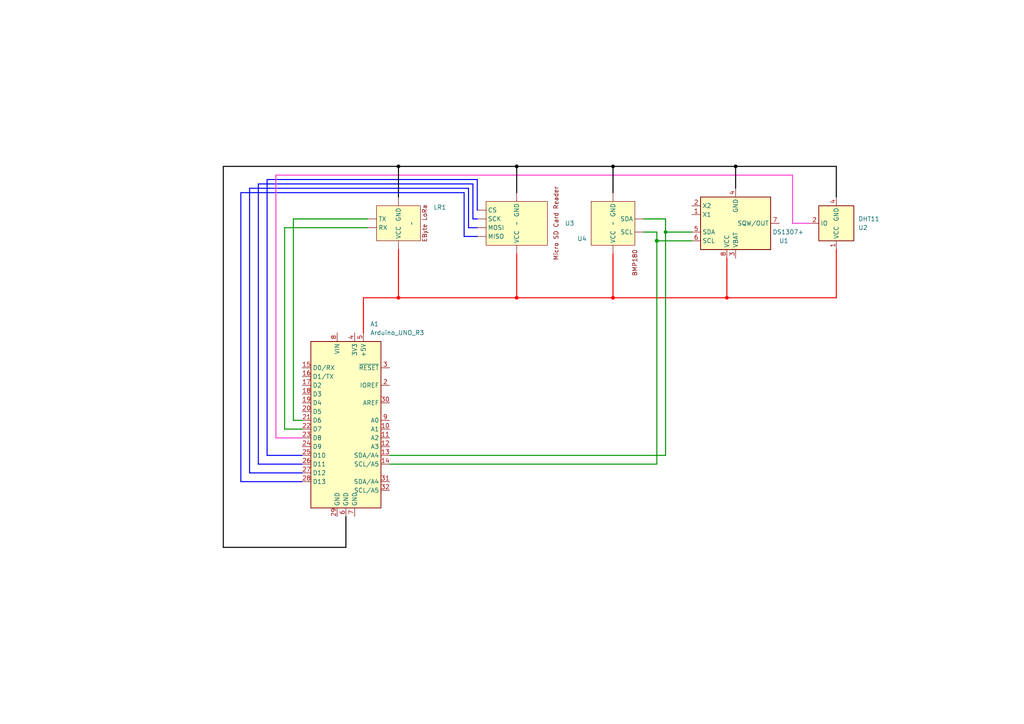
<source format=kicad_sch>
(kicad_sch (version 20230121) (generator eeschema)
  (paper "A4")
  (title_block (title "All-in-one-weather Device") (date "2023-06-18"))
  (lib_symbols
    (symbol "Components:BMP180"
      (property "Reference" "U" (at 6.35 8.89 0))
      (symbol "BMP180_1_1"
        (rectangle (start -6.35 6.35) (end 6.35 -6.35) (fill (type background)))
        (text "BMP180" (at 11.43 6.35 0) (effects (font (size 1.27 1.27))))
        (pin passive line (at -8.89 0 0) (length 2.54) (name "GND") (number ""))
        (pin input line (at 2.54 8.89 270) (length 2.54) (name "SCL") (number ""))
        (pin input line (at -1.27 8.89 270) (length 2.54) (name "SDA") (number ""))
        (pin power_in line (at 8.89 0 180) (length 2.54) (name "VCC") (number ""))
      )
    )
    (symbol "Components:EByte_LoRa_E220D"
      (property "Reference" "LR" (at 6.35 7.62 0))
      (symbol "EByte_LoRa_E220D_1_1"
        (rectangle (start -5.08 6.35) (end 5.08 -6.35) (fill (type background)))
        (text "EByte LoRa" (at 0 -7.62 0) (effects (font (size 1.27 1.27))))
        (pin passive line (at 7.62 0 180) (length 2.54) (name "GND") (number ""))
        (pin input line (at -1.27 8.89 270) (length 2.54) (name "RX") (number ""))
        (pin output line (at 1.27 8.89 270) (length 2.54) (name "TX") (number ""))
        (pin power_in line (at -7.62 0 0) (length 2.54) (name "VCC") (number ""))
      )
    )
    (symbol "Components:MicroSD_Card_Reader"
      (property "Reference" "U" (at 8.89 7.62 0))
      (symbol "MicroSD_Card_Reader_1_1"
        (rectangle (start -6.35 8.89) (end 6.35 -8.89) (fill (type background)))
        (text "Micro SD Card Reader" (at 0 -11.43 0) (effects (font (size 1.27 1.27))))
        (pin input line (at 3.81 11.43 270) (length 2.54) (name "CS") (number ""))
        (pin passive line (at 8.89 0 180) (length 2.54) (name "GND") (number ""))
        (pin output line (at -3.81 11.43 270) (length 2.54) (name "MISO") (number ""))
        (pin input line (at -1.27 11.43 270) (length 2.54) (name "MOSI") (number ""))
        (pin input line (at 1.27 11.43 270) (length 2.54) (name "SCK") (number ""))
        (pin power_in line (at -8.89 0 0) (length 2.54) (name "VCC") (number ""))
      )
    )
    (symbol "MCU_Module:Arduino_UNO_R3"
      (property "Reference" "A" (at -10.16 23.495 0))
      (property "Value" "Arduino_UNO_R3" (at 5.08 -26.67 0))
      (symbol "Arduino_UNO_R3_0_1"
        (rectangle (start -10.16 22.86) (end 10.16 -25.4) (stroke (width 0.254)) (fill (type background)))
      )
      (symbol "Arduino_UNO_R3_1_1"
        (pin no_connect line (at -10.16 -20.32 0) (length 2.54) hide (name "NC") (number "1"))
        (pin bidirectional line (at 12.7 -2.54 180) (length 2.54) (name "A1") (number "10"))
        (pin bidirectional line (at 12.7 -5.08 180) (length 2.54) (name "A2") (number "11"))
        (pin bidirectional line (at 12.7 -7.62 180) (length 2.54) (name "A3") (number "12"))
        (pin bidirectional line (at 12.7 -10.16 180) (length 2.54) (name "SDA/A4") (number "13"))
        (pin bidirectional line (at 12.7 -12.7 180) (length 2.54) (name "SCL/A5") (number "14"))
        (pin bidirectional line (at -12.7 15.24 0) (length 2.54) (name "D0/RX") (number "15"))
        (pin bidirectional line (at -12.7 12.7 0) (length 2.54) (name "D1/TX") (number "16"))
        (pin bidirectional line (at -12.7 10.16 0) (length 2.54) (name "D2") (number "17"))
        (pin bidirectional line (at -12.7 7.62 0) (length 2.54) (name "D3") (number "18"))
        (pin bidirectional line (at -12.7 5.08 0) (length 2.54) (name "D4") (number "19"))
        (pin output line (at 12.7 10.16 180) (length 2.54) (name "IOREF") (number "2"))
        (pin bidirectional line (at -12.7 2.54 0) (length 2.54) (name "D5") (number "20"))
        (pin bidirectional line (at -12.7 0 0) (length 2.54) (name "D6") (number "21"))
        (pin bidirectional line (at -12.7 -2.54 0) (length 2.54) (name "D7") (number "22"))
        (pin bidirectional line (at -12.7 -5.08 0) (length 2.54) (name "D8") (number "23"))
        (pin bidirectional line (at -12.7 -7.62 0) (length 2.54) (name "D9") (number "24"))
        (pin bidirectional line (at -12.7 -10.16 0) (length 2.54) (name "D10") (number "25"))
        (pin bidirectional line (at -12.7 -12.7 0) (length 2.54) (name "D11") (number "26"))
        (pin bidirectional line (at -12.7 -15.24 0) (length 2.54) (name "D12") (number "27"))
        (pin bidirectional line (at -12.7 -17.78 0) (length 2.54) (name "D13") (number "28"))
        (pin power_in line (at -2.54 -27.94 90) (length 2.54) (name "GND") (number "29"))
        (pin input line (at 12.7 15.24 180) (length 2.54) (name "~{RESET}") (number "3"))
        (pin input line (at 12.7 5.08 180) (length 2.54) (name "AREF") (number "30"))
        (pin bidirectional line (at 12.7 -17.78 180) (length 2.54) (name "SDA/A4") (number "31"))
        (pin bidirectional line (at 12.7 -20.32 180) (length 2.54) (name "SCL/A5") (number "32"))
        (pin power_out line (at 2.54 25.4 270) (length 2.54) (name "3V3") (number "4"))
        (pin power_out line (at 5.08 25.4 270) (length 2.54) (name "+5V") (number "5"))
        (pin power_in line (at 0 -27.94 90) (length 2.54) (name "GND") (number "6"))
        (pin power_in line (at 2.54 -27.94 90) (length 2.54) (name "GND") (number "7"))
        (pin power_in line (at -2.54 25.4 270) (length 2.54) (name "VIN") (number "8"))
        (pin bidirectional line (at 12.7 0 180) (length 2.54) (name "A0") (number "9"))
      )
    )
    (symbol "Sensor:DHT11"
      (property "Reference" "U" (at -3.81 6.35 0))
      (property "Value" "DHT11" (at 3.81 6.35 0))
      (symbol "DHT11_0_1"
        (rectangle (start -5.08 5.08) (end 5.08 -5.08) (stroke (width 0.254)) (fill (type background)))
      )
      (symbol "DHT11_1_1"
        (pin power_in line (at 0 7.62 270) (length 2.54) (name "VCC") (number "1"))
        (pin bidirectional line (at 7.62 0 180) (length 2.54) (name "IO") (number "2"))
        (pin no_connect line (at -5.08 0 0) (length 2.54) hide (name "NC") (number "3"))
        (pin power_in line (at 0 -7.62 90) (length 2.54) (name "GND") (number "4"))
      )
    )
    (symbol "Timer_RTC:DS1307+"
      (property "Reference" "U" (at -8.89 8.89 0))
      (property "Value" "DS1307+" (at 1.27 8.89 0))
      (symbol "DS1307+_0_1"
        (rectangle (start -10.16 7.62) (end 10.16 -7.62) (stroke (width 0.254)) (fill (type background)))
      )
      (symbol "DS1307+_1_1"
        (pin input line (at -12.7 -2.54 0) (length 2.54) (name "X1") (number "1"))
        (pin input line (at -12.7 -5.08 0) (length 2.54) (name "X2") (number "2"))
        (pin power_in line (at 0 10.16 270) (length 2.54) (name "VBAT") (number "3"))
        (pin power_in line (at 0 -10.16 90) (length 2.54) (name "GND") (number "4"))
        (pin bidirectional line (at -12.7 2.54 0) (length 2.54) (name "SDA") (number "5"))
        (pin input line (at -12.7 5.08 0) (length 2.54) (name "SCL") (number "6"))
        (pin open_collector line (at 12.7 0 180) (length 2.54) (name "SQW/OUT") (number "7"))
        (pin power_in line (at -2.54 10.16 270) (length 2.54) (name "VCC") (number "8"))
      )
    )
  )
  (junction (at 193.04 67.31))
  (junction (at 177.8 86.36) (color 255 0 0 1))
  (junction (at 213.36 48.26) (color 0 0 0 1))
  (junction (at 149.86 48.26) (color 0 0 0 1))
  (junction (at 190.5 69.85) (diameter 1))
  (junction (at 149.86 86.36) (color 255 0 0 1))
  (junction (at 115.57 86.36) (color 255 0 0 1))
  (junction (at 177.8 48.26) (color 0 0 0 1))
  (junction (at 115.57 48.26) (color 0 0 0 1))
  (junction (at 210.82 86.36) (color 255 0 0 1))
  (wire (pts (xy 242.57 57.15) (xy 242.57 48.26)) (stroke (width 0.3) (color 0 0 0 1)))
  (wire (pts (xy 115.57 48.26) (xy 64.77 48.26)) (stroke (width 0.3) (color 0 0 0 1)))
  (wire (pts (xy 149.86 48.26) (xy 149.86 55.88)) (stroke (width 0.3) (color 0 0 0 1)))
  (wire (pts (xy 74.93 134.62) (xy 74.93 53.34)) (stroke (width 0.3) (color 0 0 255 1)))
  (wire (pts (xy 149.86 86.36) (xy 177.8 86.36)) (stroke (width 0.3) (color 255 0 0 1)))
  (wire (pts (xy 69.85 139.7) (xy 69.85 55.88)) (stroke (width 0.3) (color 0 0 255 1)))
  (wire (pts (xy 149.86 48.26) (xy 177.8 48.26)) (stroke (width 0.3) (color 0 0 0 1)))
  (wire (pts (xy 210.82 86.36) (xy 242.57 86.36)) (stroke (width 0.3) (color 255 0 0 1)))
  (wire (pts (xy 115.57 48.26) (xy 149.86 48.26)) (stroke (width 0.3) (color 0 0 0 1)))
  (wire (pts (xy 190.5 134.62) (xy 190.5 69.85)) (stroke (width 0.3)))
  (wire (pts (xy 213.36 48.26) (xy 213.36 54.61)) (stroke (width 0.3) (color 0 0 0 1)))
  (wire (pts (xy 138.43 52.07) (xy 138.43 60.96)) (stroke (width 0.3) (color 0 0 255 1)))
  (wire (pts (xy 149.86 73.66) (xy 149.86 86.36)) (stroke (width 0.3) (color 255 0 0 1)))
  (wire (pts (xy 80.01 50.8) (xy 229.87 50.8)) (stroke (width 0.3) (color 255 63 212 1)))
  (wire (pts (xy 77.47 52.07) (xy 138.43 52.07)) (stroke (width 0.3) (color 0 0 255 1)))
  (wire (pts (xy 105.41 86.36) (xy 115.57 86.36)) (stroke (width 0.3) (color 255 0 0 1)))
  (wire (pts (xy 77.47 52.07) (xy 77.47 132.08)) (stroke (width 0.3) (color 0 0 255 1)))
  (wire (pts (xy 177.8 73.66) (xy 177.8 86.36)) (stroke (width 0.3) (color 255 0 0 1)))
  (wire (pts (xy 193.04 67.31) (xy 200.66 67.31)) (stroke (width 0.3)))
  (wire (pts (xy 190.5 69.85) (xy 190.5 67.31)) (stroke (width 0.3)))
  (wire (pts (xy 64.77 158.75) (xy 64.77 48.26)) (stroke (width 0.3) (color 0 0 0 1)))
  (wire (pts (xy 87.63 139.7) (xy 69.85 139.7)) (stroke (width 0.3) (color 0 0 255 1)))
  (wire (pts (xy 72.39 137.16) (xy 87.63 137.16)) (stroke (width 0.3) (color 0 0 255 1)))
  (wire (pts (xy 135.89 66.04) (xy 135.89 54.61)) (stroke (width 0.3) (color 0 0 255 1)))
  (wire (pts (xy 134.62 55.88) (xy 134.62 68.58)) (stroke (width 0.3) (color 0 0 255 1)))
  (wire (pts (xy 177.8 48.26) (xy 177.8 55.88)) (stroke (width 0.3) (color 0 0 0 1)))
  (wire (pts (xy 74.93 53.34) (xy 137.16 53.34)) (stroke (width 0.3) (color 0 0 255 1)))
  (wire (pts (xy 242.57 72.39) (xy 242.57 86.36)) (stroke (width 0.3) (color 255 0 0 1)))
  (wire (pts (xy 69.85 55.88) (xy 134.62 55.88)) (stroke (width 0.3) (color 0 0 255 1)))
  (wire (pts (xy 190.5 67.31) (xy 186.69 67.31)) (stroke (width 0.3)))
  (wire (pts (xy 137.16 53.34) (xy 137.16 63.5)) (stroke (width 0.3) (color 0 0 255 1)))
  (wire (pts (xy 105.41 96.52) (xy 105.41 86.36)) (stroke (width 0.3) (color 255 0 0 1)))
  (wire (pts (xy 210.82 74.93) (xy 210.82 86.36)) (stroke (width 0.3) (color 255 0 0 1)))
  (wire (pts (xy 193.04 63.5) (xy 186.69 63.5)) (stroke (width 0.3)))
  (wire (pts (xy 115.57 72.39) (xy 115.57 86.36)) (stroke (width 0.3) (color 255 0 0 1)))
  (wire (pts (xy 115.57 48.26) (xy 115.57 57.15)) (stroke (width 0.3) (color 0 0 0 1)))
  (wire (pts (xy 74.93 134.62) (xy 87.63 134.62)) (stroke (width 0.3) (color 0 0 255 1)))
  (wire (pts (xy 82.55 66.04) (xy 106.68 66.04)) (stroke (width 0.3)))
  (wire (pts (xy 72.39 54.61) (xy 72.39 137.16)) (stroke (width 0.3) (color 0 0 255 1)))
  (wire (pts (xy 87.63 121.92) (xy 85.09 121.92)) (stroke (width 0.3)))
  (wire (pts (xy 190.5 69.85) (xy 200.66 69.85)) (stroke (width 0.3)))
  (wire (pts (xy 100.33 158.75) (xy 64.77 158.75)) (stroke (width 0.3) (color 0 0 0 1)))
  (wire (pts (xy 134.62 68.58) (xy 138.43 68.58)) (stroke (width 0.3) (color 0 0 255 1)))
  (wire (pts (xy 113.03 134.62) (xy 190.5 134.62)) (stroke (width 0.3)))
  (wire (pts (xy 177.8 86.36) (xy 210.82 86.36)) (stroke (width 0.3) (color 255 0 0 1)))
  (wire (pts (xy 234.95 64.77) (xy 229.87 64.77)) (stroke (width 0.3) (color 255 63 212 1)))
  (wire (pts (xy 106.68 63.5) (xy 85.09 63.5)) (stroke (width 0.3)))
  (wire (pts (xy 137.16 63.5) (xy 138.43 63.5)) (stroke (width 0.3) (color 0 0 255 1)))
  (wire (pts (xy 193.04 67.31) (xy 193.04 63.5)) (stroke (width 0.3)))
  (wire (pts (xy 80.01 50.8) (xy 80.01 127)) (stroke (width 0.3) (color 255 63 212 1)))
  (wire (pts (xy 82.55 124.46) (xy 82.55 66.04)) (stroke (width 0.3)))
  (wire (pts (xy 87.63 124.46) (xy 82.55 124.46)) (stroke (width 0.3)))
  (wire (pts (xy 213.36 48.26) (xy 242.57 48.26)) (stroke (width 0.3) (color 0 0 0 1)))
  (wire (pts (xy 113.03 132.08) (xy 193.04 132.08)) (stroke (width 0.3)))
  (wire (pts (xy 135.89 54.61) (xy 72.39 54.61)) (stroke (width 0.3) (color 0 0 255 1)))
  (wire (pts (xy 85.09 63.5) (xy 85.09 121.92)) (stroke (width 0.3)))
  (wire (pts (xy 177.8 48.26) (xy 213.36 48.26)) (stroke (width 0.3) (color 0 0 0 1)))
  (wire (pts (xy 193.04 132.08) (xy 193.04 67.31)) (stroke (width 0.3)))
  (wire (pts (xy 100.33 149.86) (xy 100.33 158.75)) (stroke (width 0.3) (color 0 0 0 1)))
  (wire (pts (xy 138.43 66.04) (xy 135.89 66.04)) (stroke (width 0.3) (color 0 0 255 1)))
  (wire (pts (xy 115.57 86.36) (xy 149.86 86.36)) (stroke (width 0.3) (color 255 0 0 1)))
  (wire (pts (xy 229.87 50.8) (xy 229.87 64.77)) (stroke (width 0.3) (color 255 63 212 1)))
  (wire (pts (xy 115.57 48.26) (xy 149.86 48.26)) (stroke (width 0) (color 0 0 0 1)))
  (wire (pts (xy 80.01 127) (xy 87.63 127)) (stroke (width 0.3) (color 255 63 212 1)))
  (wire (pts (xy 77.47 132.08) (xy 87.63 132.08)) (stroke (width 0.3) (color 0 0 255 1)))
  (symbol (lib_id "Components:MicroSD_Card_Reader") (at 149.86 64.77 90) (unit 1)
    (property "Reference" "U3" (at 163.83 64.7699 90) (effects (justify right)))
    (property "Value" "~" (at 149.86 64.77 0))
  )
  (symbol (lib_id "Components:EByte_LoRa_E220D") (at 115.57 64.77 90) (unit 1)
    (property "Reference" "LR1" (at 125.73 60.1381 90) (effects (justify right)))
    (property "Value" "~" (at 119.38 64.77 0))
  )
  (symbol (lib_id "Sensor:DHT11") (at 242.57 64.77 180) (unit 1)
    (property "Reference" "U2" (at 248.92 66.04 0) (effects (justify right)))
    (property "Value" "DHT11" (at 248.92 63.5 0) (effects (justify right)))
    (property "Footprint" "Sensor:Aosong_DHT11_5.5x12.0_P2.54mm" (effects hide))
    (property "Datasheet" "http://akizukidenshi.com/download/ds/aosong/DHT11.pdf" (effects hide))
  )
  (symbol (lib_id "Components:BMP180") (at 177.8 64.77 270) (unit 1)
    (property "Reference" "U4" (at 170.18 69.2507 90) (effects (justify right)))
    (property "Value" "~" (at 177.8 64.77 0))
  )
  (symbol (lib_id "MCU_Module:Arduino_UNO_R3") (at 100.33 121.92 0) (unit 1)
    (property "Reference" "A1" (at 107.3659 93.98 0) (effects (justify left)))
    (property "Value" "Arduino_UNO_R3" (at 107.3659 96.52 0) (effects (justify left)))
    (property "Footprint" "Module:Arduino_UNO_R3" (effects hide))
    (property "Datasheet" "https://www.arduino.cc/en/Main/arduinoBoardUno" (effects hide))
  )
  (symbol (lib_id "Timer_RTC:DS1307+") (at 213.36 64.77 0) (mirror x) (unit 1)
    (property "Reference" "U1" (at 227.33 69.85 0))
    (property "Value" "DS1307+" (at 228.6 67.31 0))
    (property "Footprint" "Package_DIP:DIP-8_W7.62mm" (effects hide))
    (property "Datasheet" "https://datasheets.maximintegrated.com/en/ds/DS1307.pdf" (effects hide))
  )
)
</source>
